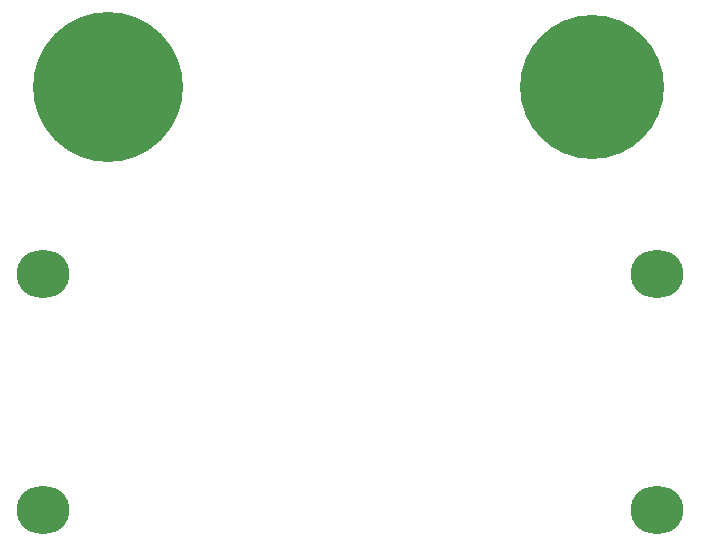
<source format=gbs>
%TF.GenerationSoftware,KiCad,Pcbnew,(6.0.11)*%
%TF.CreationDate,2023-05-27T10:47:30+02:00*%
%TF.ProjectId,dclink,64636c69-6e6b-42e6-9b69-6361645f7063,V0*%
%TF.SameCoordinates,Original*%
%TF.FileFunction,Soldermask,Bot*%
%TF.FilePolarity,Negative*%
%FSLAX46Y46*%
G04 Gerber Fmt 4.6, Leading zero omitted, Abs format (unit mm)*
G04 Created by KiCad (PCBNEW (6.0.11)) date 2023-05-27 10:47:30*
%MOMM*%
%LPD*%
G01*
G04 APERTURE LIST*
%ADD10C,12.708000*%
%ADD11C,12.200000*%
%ADD12O,4.500000X4.000000*%
G04 APERTURE END LIST*
D10*
%TO.C, *%
X129350000Y-86000000D03*
D11*
X170350000Y-86000000D03*
%TD*%
D12*
%TO.C, *%
X123850000Y-101800000D03*
X175850000Y-101800000D03*
X123850000Y-121800000D03*
X175850000Y-121800000D03*
%TD*%
M02*

</source>
